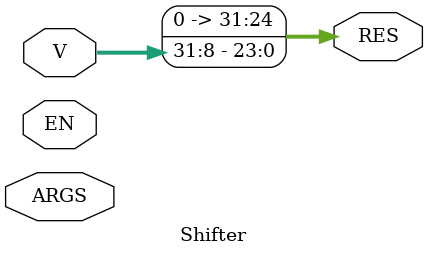
<source format=v>
module Alu
(
	input wire[31:0] A,
	input wire[31:0] B,
	input wire OPFLAG, //[0]sub, [other]xan
	input wire[2:0] CONDFLAG, //[0]unsigned comparison, [1]lsb, [2]neg
	output wire[31:0] OPRES,
	output wire CONDRES
);

wire[31:0] adder_res, adder_and;
wire adder_cout;

wire[32:0] adder_a = {1'b0, A};
wire[32:0] adder_b = {1'b0, B};
wire[32:0] adder_r = adder_b - adder_a;
assign adder_res = adder_r[31:0];
assign adder_cout = adder_r[32];
assign adder_and = (A) & B;

assign OPRES = /*adder_res;*/
				OPFLAG 	? adder_and[31:0]
						  //Old for Subneg4X
						  //{!adder_cout, adder_and[31:1]} //Right-shifted AND
                    	: adder_res; //Sum
assign CONDRES = /*adder_res[31];*/
				 CONDFLAG[0] ? !adder_cout :
                 CONDFLAG[2] ? adder_res[31]
				             : !adder_and[0];

endmodule


module Shifter
(
input wire EN,
input wire[31:0] V,
input wire[4:0] ARGS,
output wire[31:0] RES
);

//Shift by 1, 2, 8

assign RES = V >> 8;

/*
wire[31:0] gatedV = EN ? V : 32'b0;

wire[31:0] res_shifhted = ARGS[0] ? (gatedV >> 1) :
                          ARGS[1] ? (gatedV >> 2) :
						  ARGS[2] ? (gatedV >> 8) : 32'd0;
assign RES = res_shifhted;
*/
endmodule

</source>
